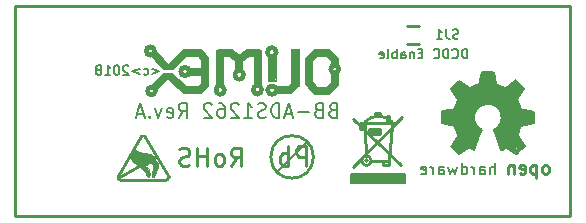
<source format=gbr>
G04 #@! TF.GenerationSoftware,KiCad,Pcbnew,(2017-11-22 revision 78366f8f0)-master*
G04 #@! TF.CreationDate,2018-01-05T15:25:17+02:00*
G04 #@! TF.ProjectId,BB-ADS1262-Rev.A,42422D414453313236322D5265762E41,rev?*
G04 #@! TF.SameCoordinates,Original*
G04 #@! TF.FileFunction,Legend,Bot*
G04 #@! TF.FilePolarity,Positive*
%FSLAX46Y46*%
G04 Gerber Fmt 4.6, Leading zero omitted, Abs format (unit mm)*
G04 Created by KiCad (PCBNEW (2017-11-22 revision 78366f8f0)-master) date Fri Jan  5 15:25:17 2018*
%MOMM*%
%LPD*%
G01*
G04 APERTURE LIST*
%ADD10C,0.250000*%
%ADD11C,0.150000*%
%ADD12C,0.200000*%
%ADD13C,0.254000*%
%ADD14C,0.420000*%
%ADD15C,0.370000*%
%ADD16C,0.400000*%
%ADD17C,0.380000*%
%ADD18C,1.000000*%
%ADD19C,0.700000*%
%ADD20C,0.500000*%
%ADD21C,0.100000*%
%ADD22C,0.127000*%
%ADD23C,0.050000*%
%ADD24C,0.180000*%
G04 APERTURE END LIST*
D10*
X72834285Y-60495571D02*
X73334285Y-59781285D01*
X73691428Y-60495571D02*
X73691428Y-58995571D01*
X73120000Y-58995571D01*
X72977142Y-59067000D01*
X72905714Y-59138428D01*
X72834285Y-59281285D01*
X72834285Y-59495571D01*
X72905714Y-59638428D01*
X72977142Y-59709857D01*
X73120000Y-59781285D01*
X73691428Y-59781285D01*
X71977142Y-60495571D02*
X72120000Y-60424142D01*
X72191428Y-60352714D01*
X72262857Y-60209857D01*
X72262857Y-59781285D01*
X72191428Y-59638428D01*
X72120000Y-59567000D01*
X71977142Y-59495571D01*
X71762857Y-59495571D01*
X71620000Y-59567000D01*
X71548571Y-59638428D01*
X71477142Y-59781285D01*
X71477142Y-60209857D01*
X71548571Y-60352714D01*
X71620000Y-60424142D01*
X71762857Y-60495571D01*
X71977142Y-60495571D01*
X70834285Y-60495571D02*
X70834285Y-58995571D01*
X70834285Y-59709857D02*
X69977142Y-59709857D01*
X69977142Y-60495571D02*
X69977142Y-58995571D01*
X69334285Y-60424142D02*
X69120000Y-60495571D01*
X68762857Y-60495571D01*
X68620000Y-60424142D01*
X68548571Y-60352714D01*
X68477142Y-60209857D01*
X68477142Y-60067000D01*
X68548571Y-59924142D01*
X68620000Y-59852714D01*
X68762857Y-59781285D01*
X69048571Y-59709857D01*
X69191428Y-59638428D01*
X69262857Y-59567000D01*
X69334285Y-59424142D01*
X69334285Y-59281285D01*
X69262857Y-59138428D01*
X69191428Y-59067000D01*
X69048571Y-58995571D01*
X68691428Y-58995571D01*
X68477142Y-59067000D01*
D11*
X66192142Y-52279571D02*
X66801666Y-52508142D01*
X66192142Y-52736714D01*
X65468333Y-52774809D02*
X65544523Y-52812904D01*
X65696904Y-52812904D01*
X65773095Y-52774809D01*
X65811190Y-52736714D01*
X65849285Y-52660523D01*
X65849285Y-52431952D01*
X65811190Y-52355761D01*
X65773095Y-52317666D01*
X65696904Y-52279571D01*
X65544523Y-52279571D01*
X65468333Y-52317666D01*
X65125476Y-52279571D02*
X64515952Y-52508142D01*
X65125476Y-52736714D01*
X64173095Y-52089095D02*
X64135000Y-52051000D01*
X64058809Y-52012904D01*
X63868333Y-52012904D01*
X63792142Y-52051000D01*
X63754047Y-52089095D01*
X63715952Y-52165285D01*
X63715952Y-52241476D01*
X63754047Y-52355761D01*
X64211190Y-52812904D01*
X63715952Y-52812904D01*
X63220714Y-52012904D02*
X63144523Y-52012904D01*
X63068333Y-52051000D01*
X63030238Y-52089095D01*
X62992142Y-52165285D01*
X62954047Y-52317666D01*
X62954047Y-52508142D01*
X62992142Y-52660523D01*
X63030238Y-52736714D01*
X63068333Y-52774809D01*
X63144523Y-52812904D01*
X63220714Y-52812904D01*
X63296904Y-52774809D01*
X63335000Y-52736714D01*
X63373095Y-52660523D01*
X63411190Y-52508142D01*
X63411190Y-52317666D01*
X63373095Y-52165285D01*
X63335000Y-52089095D01*
X63296904Y-52051000D01*
X63220714Y-52012904D01*
X62192142Y-52812904D02*
X62649285Y-52812904D01*
X62420714Y-52812904D02*
X62420714Y-52012904D01*
X62496904Y-52127190D01*
X62573095Y-52203380D01*
X62649285Y-52241476D01*
X61735000Y-52355761D02*
X61811190Y-52317666D01*
X61849285Y-52279571D01*
X61887380Y-52203380D01*
X61887380Y-52165285D01*
X61849285Y-52089095D01*
X61811190Y-52051000D01*
X61735000Y-52012904D01*
X61582619Y-52012904D01*
X61506428Y-52051000D01*
X61468333Y-52089095D01*
X61430238Y-52165285D01*
X61430238Y-52203380D01*
X61468333Y-52279571D01*
X61506428Y-52317666D01*
X61582619Y-52355761D01*
X61735000Y-52355761D01*
X61811190Y-52393857D01*
X61849285Y-52431952D01*
X61887380Y-52508142D01*
X61887380Y-52660523D01*
X61849285Y-52736714D01*
X61811190Y-52774809D01*
X61735000Y-52812904D01*
X61582619Y-52812904D01*
X61506428Y-52774809D01*
X61468333Y-52736714D01*
X61430238Y-52660523D01*
X61430238Y-52508142D01*
X61468333Y-52431952D01*
X61506428Y-52393857D01*
X61582619Y-52355761D01*
D12*
X81463142Y-55794285D02*
X81291714Y-55851428D01*
X81234571Y-55908571D01*
X81177428Y-56022857D01*
X81177428Y-56194285D01*
X81234571Y-56308571D01*
X81291714Y-56365714D01*
X81406000Y-56422857D01*
X81863142Y-56422857D01*
X81863142Y-55222857D01*
X81463142Y-55222857D01*
X81348857Y-55280000D01*
X81291714Y-55337142D01*
X81234571Y-55451428D01*
X81234571Y-55565714D01*
X81291714Y-55680000D01*
X81348857Y-55737142D01*
X81463142Y-55794285D01*
X81863142Y-55794285D01*
X80263142Y-55794285D02*
X80091714Y-55851428D01*
X80034571Y-55908571D01*
X79977428Y-56022857D01*
X79977428Y-56194285D01*
X80034571Y-56308571D01*
X80091714Y-56365714D01*
X80206000Y-56422857D01*
X80663142Y-56422857D01*
X80663142Y-55222857D01*
X80263142Y-55222857D01*
X80148857Y-55280000D01*
X80091714Y-55337142D01*
X80034571Y-55451428D01*
X80034571Y-55565714D01*
X80091714Y-55680000D01*
X80148857Y-55737142D01*
X80263142Y-55794285D01*
X80663142Y-55794285D01*
X79463142Y-55965714D02*
X78548857Y-55965714D01*
X78034571Y-56080000D02*
X77463142Y-56080000D01*
X78148857Y-56422857D02*
X77748857Y-55222857D01*
X77348857Y-56422857D01*
X76948857Y-56422857D02*
X76948857Y-55222857D01*
X76663142Y-55222857D01*
X76491714Y-55280000D01*
X76377428Y-55394285D01*
X76320285Y-55508571D01*
X76263142Y-55737142D01*
X76263142Y-55908571D01*
X76320285Y-56137142D01*
X76377428Y-56251428D01*
X76491714Y-56365714D01*
X76663142Y-56422857D01*
X76948857Y-56422857D01*
X75806000Y-56365714D02*
X75634571Y-56422857D01*
X75348857Y-56422857D01*
X75234571Y-56365714D01*
X75177428Y-56308571D01*
X75120285Y-56194285D01*
X75120285Y-56080000D01*
X75177428Y-55965714D01*
X75234571Y-55908571D01*
X75348857Y-55851428D01*
X75577428Y-55794285D01*
X75691714Y-55737142D01*
X75748857Y-55680000D01*
X75806000Y-55565714D01*
X75806000Y-55451428D01*
X75748857Y-55337142D01*
X75691714Y-55280000D01*
X75577428Y-55222857D01*
X75291714Y-55222857D01*
X75120285Y-55280000D01*
X73977428Y-56422857D02*
X74663142Y-56422857D01*
X74320285Y-56422857D02*
X74320285Y-55222857D01*
X74434571Y-55394285D01*
X74548857Y-55508571D01*
X74663142Y-55565714D01*
X73520285Y-55337142D02*
X73463142Y-55280000D01*
X73348857Y-55222857D01*
X73063142Y-55222857D01*
X72948857Y-55280000D01*
X72891714Y-55337142D01*
X72834571Y-55451428D01*
X72834571Y-55565714D01*
X72891714Y-55737142D01*
X73577428Y-56422857D01*
X72834571Y-56422857D01*
X71806000Y-55222857D02*
X72034571Y-55222857D01*
X72148857Y-55280000D01*
X72206000Y-55337142D01*
X72320285Y-55508571D01*
X72377428Y-55737142D01*
X72377428Y-56194285D01*
X72320285Y-56308571D01*
X72263142Y-56365714D01*
X72148857Y-56422857D01*
X71920285Y-56422857D01*
X71806000Y-56365714D01*
X71748857Y-56308571D01*
X71691714Y-56194285D01*
X71691714Y-55908571D01*
X71748857Y-55794285D01*
X71806000Y-55737142D01*
X71920285Y-55680000D01*
X72148857Y-55680000D01*
X72263142Y-55737142D01*
X72320285Y-55794285D01*
X72377428Y-55908571D01*
X71234571Y-55337142D02*
X71177428Y-55280000D01*
X71063142Y-55222857D01*
X70777428Y-55222857D01*
X70663142Y-55280000D01*
X70606000Y-55337142D01*
X70548857Y-55451428D01*
X70548857Y-55565714D01*
X70606000Y-55737142D01*
X71291714Y-56422857D01*
X70548857Y-56422857D01*
X68434571Y-56422857D02*
X68834571Y-55851428D01*
X69120285Y-56422857D02*
X69120285Y-55222857D01*
X68663142Y-55222857D01*
X68548857Y-55280000D01*
X68491714Y-55337142D01*
X68434571Y-55451428D01*
X68434571Y-55622857D01*
X68491714Y-55737142D01*
X68548857Y-55794285D01*
X68663142Y-55851428D01*
X69120285Y-55851428D01*
X67463142Y-56365714D02*
X67577428Y-56422857D01*
X67806000Y-56422857D01*
X67920285Y-56365714D01*
X67977428Y-56251428D01*
X67977428Y-55794285D01*
X67920285Y-55680000D01*
X67806000Y-55622857D01*
X67577428Y-55622857D01*
X67463142Y-55680000D01*
X67406000Y-55794285D01*
X67406000Y-55908571D01*
X67977428Y-56022857D01*
X67006000Y-55622857D02*
X66720285Y-56422857D01*
X66434571Y-55622857D01*
X65977428Y-56308571D02*
X65920285Y-56365714D01*
X65977428Y-56422857D01*
X66034571Y-56365714D01*
X65977428Y-56308571D01*
X65977428Y-56422857D01*
X65463142Y-56080000D02*
X64891714Y-56080000D01*
X65577428Y-56422857D02*
X65177428Y-55222857D01*
X64777428Y-56422857D01*
D11*
X92868285Y-51415904D02*
X92868285Y-50615904D01*
X92677809Y-50615904D01*
X92563523Y-50654000D01*
X92487333Y-50730190D01*
X92449238Y-50806380D01*
X92411142Y-50958761D01*
X92411142Y-51073047D01*
X92449238Y-51225428D01*
X92487333Y-51301619D01*
X92563523Y-51377809D01*
X92677809Y-51415904D01*
X92868285Y-51415904D01*
X91611142Y-51339714D02*
X91649238Y-51377809D01*
X91763523Y-51415904D01*
X91839714Y-51415904D01*
X91954000Y-51377809D01*
X92030190Y-51301619D01*
X92068285Y-51225428D01*
X92106380Y-51073047D01*
X92106380Y-50958761D01*
X92068285Y-50806380D01*
X92030190Y-50730190D01*
X91954000Y-50654000D01*
X91839714Y-50615904D01*
X91763523Y-50615904D01*
X91649238Y-50654000D01*
X91611142Y-50692095D01*
X91268285Y-51415904D02*
X91268285Y-50615904D01*
X91077809Y-50615904D01*
X90963523Y-50654000D01*
X90887333Y-50730190D01*
X90849238Y-50806380D01*
X90811142Y-50958761D01*
X90811142Y-51073047D01*
X90849238Y-51225428D01*
X90887333Y-51301619D01*
X90963523Y-51377809D01*
X91077809Y-51415904D01*
X91268285Y-51415904D01*
X90011142Y-51339714D02*
X90049238Y-51377809D01*
X90163523Y-51415904D01*
X90239714Y-51415904D01*
X90354000Y-51377809D01*
X90430190Y-51301619D01*
X90468285Y-51225428D01*
X90506380Y-51073047D01*
X90506380Y-50958761D01*
X90468285Y-50806380D01*
X90430190Y-50730190D01*
X90354000Y-50654000D01*
X90239714Y-50615904D01*
X90163523Y-50615904D01*
X90049238Y-50654000D01*
X90011142Y-50692095D01*
X89058761Y-50996857D02*
X88792095Y-50996857D01*
X88677809Y-51415904D02*
X89058761Y-51415904D01*
X89058761Y-50615904D01*
X88677809Y-50615904D01*
X88334952Y-50882571D02*
X88334952Y-51415904D01*
X88334952Y-50958761D02*
X88296857Y-50920666D01*
X88220666Y-50882571D01*
X88106380Y-50882571D01*
X88030190Y-50920666D01*
X87992095Y-50996857D01*
X87992095Y-51415904D01*
X87268285Y-51415904D02*
X87268285Y-50996857D01*
X87306380Y-50920666D01*
X87382571Y-50882571D01*
X87534952Y-50882571D01*
X87611142Y-50920666D01*
X87268285Y-51377809D02*
X87344476Y-51415904D01*
X87534952Y-51415904D01*
X87611142Y-51377809D01*
X87649238Y-51301619D01*
X87649238Y-51225428D01*
X87611142Y-51149238D01*
X87534952Y-51111142D01*
X87344476Y-51111142D01*
X87268285Y-51073047D01*
X86887333Y-51415904D02*
X86887333Y-50615904D01*
X86887333Y-50920666D02*
X86811142Y-50882571D01*
X86658761Y-50882571D01*
X86582571Y-50920666D01*
X86544476Y-50958761D01*
X86506380Y-51034952D01*
X86506380Y-51263523D01*
X86544476Y-51339714D01*
X86582571Y-51377809D01*
X86658761Y-51415904D01*
X86811142Y-51415904D01*
X86887333Y-51377809D01*
X86049238Y-51415904D02*
X86125428Y-51377809D01*
X86163523Y-51301619D01*
X86163523Y-50615904D01*
X85439714Y-51377809D02*
X85515904Y-51415904D01*
X85668285Y-51415904D01*
X85744476Y-51377809D01*
X85782571Y-51301619D01*
X85782571Y-50996857D01*
X85744476Y-50920666D01*
X85668285Y-50882571D01*
X85515904Y-50882571D01*
X85439714Y-50920666D01*
X85401619Y-50996857D01*
X85401619Y-51073047D01*
X85782571Y-51149238D01*
D13*
X54610000Y-64770000D02*
X54610000Y-46990000D01*
X101600000Y-64770000D02*
X54610000Y-64770000D01*
X101600000Y-46990000D02*
X101600000Y-64770000D01*
X54610000Y-46990000D02*
X101600000Y-46990000D01*
D14*
X95841820Y-58976260D02*
X95290640Y-57553860D01*
D15*
X96187260Y-58790840D02*
X95869760Y-58996580D01*
D16*
X96977200Y-59339480D02*
X96197420Y-58808620D01*
D17*
X97553780Y-58801000D02*
X96989900Y-59339480D01*
D15*
X97538540Y-58801000D02*
X97005140Y-57967880D01*
X97363280Y-57040780D02*
X97005140Y-57924700D01*
X98341180Y-56799480D02*
X97391220Y-57017920D01*
D17*
X98331020Y-56022240D02*
X98336100Y-56809640D01*
D15*
X98343720Y-56009540D02*
X97325180Y-55829200D01*
X97294700Y-55793640D02*
X96946720Y-54927500D01*
X97523300Y-54025800D02*
X96967040Y-54876700D01*
D17*
X97533460Y-54002940D02*
X97033080Y-53469540D01*
D15*
X96984820Y-53444140D02*
X96156780Y-54096920D01*
X96095820Y-54086760D02*
X95250000Y-53680360D01*
X94990920Y-52646580D02*
X95196660Y-53660040D01*
X94998540Y-52633880D02*
X94213680Y-52633880D01*
X94231460Y-52654200D02*
X94018100Y-53672740D01*
X94018100Y-53672740D02*
X93116400Y-54122320D01*
X93103700Y-54117240D02*
X92199460Y-53482800D01*
X92199460Y-53484780D02*
X91645740Y-54030880D01*
X91645740Y-54033420D02*
X92262960Y-54823360D01*
X92262960Y-54823360D02*
X91922600Y-55760620D01*
X91922600Y-55760620D02*
X90840560Y-55989220D01*
X90840560Y-55989220D02*
X90840560Y-56824880D01*
X90840560Y-56824880D02*
X91854020Y-56995060D01*
X91854020Y-56995060D02*
X92260420Y-57906920D01*
X92209620Y-59354720D02*
X93045280Y-58788300D01*
X93045280Y-58788300D02*
X93383100Y-58973720D01*
X93383100Y-58973720D02*
X93957140Y-57533540D01*
X93946980Y-57531000D02*
G75*
G02X93576140Y-55666640I746760J1117600D01*
G01*
X93565980Y-55681880D02*
G75*
G02X95491300Y-55483760I1061720J-863600D01*
G01*
X95516700Y-55509160D02*
G75*
G02X95440500Y-57363360I-965200J-889000D01*
G01*
X92260420Y-57906920D02*
X91640660Y-58793380D01*
X92194380Y-59347100D02*
X91640660Y-58801000D01*
D11*
X95760540Y-59156600D02*
X95110300Y-57487820D01*
X96144080Y-58953400D02*
X95798640Y-59174380D01*
X96156780Y-58943240D02*
X96982280Y-59507120D01*
X96989900Y-59514740D02*
X97711260Y-58821320D01*
X97718880Y-58818780D02*
X97121980Y-57955180D01*
X98480880Y-56911240D02*
X97409000Y-57106820D01*
X98480880Y-55918100D02*
X98480880Y-56903620D01*
X98483420Y-55915560D02*
X97312480Y-55712360D01*
X97414080Y-55717440D02*
X97078800Y-54884320D01*
X97675700Y-54033420D02*
X97081340Y-54886860D01*
X97696020Y-53997860D02*
X97022920Y-53284120D01*
X97010220Y-53281580D02*
X96039940Y-53997860D01*
X96075500Y-53929280D02*
X95171260Y-53550820D01*
X95087440Y-52534820D02*
X95288100Y-53560980D01*
X95077280Y-52527200D02*
X94112080Y-52527200D01*
X94112080Y-52527200D02*
X93886020Y-53698140D01*
X93896180Y-53616860D02*
X93091000Y-53954680D01*
X93210380Y-54002940D02*
X92199460Y-53329840D01*
X92194380Y-53327300D02*
X91500960Y-54018180D01*
X91495880Y-54025800D02*
X92199460Y-55016400D01*
X92110560Y-54907180D02*
X91744800Y-55775860D01*
X90807540Y-56677560D02*
X91914980Y-56901080D01*
X90723720Y-55935880D02*
X90726260Y-56893460D01*
X91861640Y-57124600D02*
X90738960Y-56913780D01*
X91757500Y-57091580D02*
X92138500Y-58072020D01*
X91790520Y-58727340D02*
X92275660Y-59258200D01*
X92186760Y-59502040D02*
X91503500Y-58811160D01*
X93073220Y-58887360D02*
X92196920Y-59507120D01*
X92209620Y-59192160D02*
X93030040Y-58663840D01*
X92892880Y-58859420D02*
X93421200Y-59187080D01*
X93421200Y-59187080D02*
X93807280Y-58206640D01*
X93812360Y-57508140D02*
X93284040Y-58889900D01*
X98188780Y-56106060D02*
X98188780Y-56756300D01*
X98331020Y-56161940D02*
X97215960Y-55915560D01*
X96801940Y-54894480D02*
X97188020Y-55892700D01*
X96796860Y-54899560D02*
X97398840Y-53990240D01*
X97040700Y-53545740D02*
X96156780Y-54267100D01*
X93769180Y-57566560D02*
X93591380Y-57444640D01*
X93591380Y-57444640D02*
X93215460Y-56733440D01*
X93215460Y-56733440D02*
X93215460Y-56215280D01*
X93210380Y-56227980D02*
X93444060Y-55554880D01*
X93444060Y-55554880D02*
X93954600Y-55125620D01*
X93954600Y-55125620D02*
X94769940Y-54965600D01*
X94769940Y-54957980D02*
X95641160Y-55387240D01*
X95641160Y-55387240D02*
X96060260Y-56118760D01*
X96065340Y-56123840D02*
X95933260Y-56946800D01*
X95928180Y-56977280D02*
X95834200Y-57147460D01*
X95928180Y-56977280D02*
X95834200Y-57147460D01*
X95704660Y-57198260D02*
X95445580Y-57536080D01*
X95336360Y-57312560D02*
X95110300Y-57487820D01*
X93835220Y-57315100D02*
X94089220Y-57480200D01*
X93972380Y-57769760D02*
X94094300Y-57485280D01*
X96151700Y-54264560D02*
X95168720Y-53771800D01*
X95821500Y-57177940D02*
X95514160Y-57444640D01*
D18*
X96837500Y-58607960D02*
X95984060Y-57586880D01*
X97873820Y-56403240D02*
X96456500Y-56342280D01*
X96888300Y-54117240D02*
X95826580Y-55224680D01*
X94627700Y-53141880D02*
X94622620Y-54655720D01*
X92362020Y-54198520D02*
X93474540Y-55265320D01*
X91371420Y-56382920D02*
X92839540Y-56469280D01*
X96161860Y-58435240D02*
X95796100Y-57673240D01*
X96827340Y-57536080D02*
X96263460Y-57056020D01*
X97076260Y-56890920D02*
X96370140Y-56763920D01*
X96751140Y-55646320D02*
X96309180Y-55806340D01*
X96575880Y-55166260D02*
X96118680Y-55455820D01*
X95577660Y-54389020D02*
X95402400Y-54747160D01*
X95143320Y-54129940D02*
X94975680Y-54739540D01*
X93878400Y-54145180D02*
X94099380Y-54830980D01*
X93291660Y-54396640D02*
X93710760Y-54983380D01*
X92422980Y-55265320D02*
X93078300Y-55631080D01*
X92181680Y-55958740D02*
X92903040Y-56106060D01*
X93017340Y-57116980D02*
X92407740Y-57223660D01*
X93337380Y-57536080D02*
X92720160Y-57863740D01*
X93451680Y-57673240D02*
X92270580Y-58686700D01*
X93451680Y-57581800D02*
X93118940Y-58313320D01*
D16*
X81985747Y-52324000D02*
G75*
G03X81985747Y-52324000I-337447J0D01*
G01*
D19*
X81661000Y-51549300D02*
X81153000Y-51041300D01*
X80060800Y-50965100D02*
X79425800Y-51574700D01*
X79451200Y-53530500D02*
X80010000Y-54114700D01*
X77825600Y-54127400D02*
X78282800Y-53670200D01*
X76839800Y-54127400D02*
X77825600Y-54127400D01*
D16*
X76693324Y-54102000D02*
G75*
G03X76693324Y-54102000I-366324J0D01*
G01*
D19*
X76327000Y-51409600D02*
X76327000Y-53009800D01*
D16*
X76687818Y-50876200D02*
G75*
G03X76687818Y-50876200I-373518J0D01*
G01*
X75454759Y-54076600D02*
G75*
G03X75454759Y-54076600I-359659J0D01*
G01*
D19*
X75107800Y-53568600D02*
X75107800Y-50977800D01*
X75107800Y-50977800D02*
X74269600Y-50977800D01*
X74269600Y-50977800D02*
X73660000Y-51485800D01*
X73558400Y-52273200D02*
X73558400Y-51562000D01*
X73482200Y-51485800D02*
X72847200Y-50977800D01*
D16*
X73929318Y-52806600D02*
G75*
G03X73929318Y-52806600I-370918J0D01*
G01*
D19*
X72847200Y-50977800D02*
X71958200Y-50977800D01*
D16*
X72308729Y-54089300D02*
G75*
G03X72308729Y-54089300I-363229J0D01*
G01*
X66445666Y-54178200D02*
G75*
G03X66445666Y-54178200I-329466J0D01*
G01*
D19*
X66446400Y-53822600D02*
X67284600Y-53009800D01*
D20*
X67792600Y-52908200D02*
X67259200Y-52908200D01*
D19*
X68935600Y-54127400D02*
X67792600Y-53009800D01*
X70256400Y-54127400D02*
X68935600Y-54127400D01*
X70688200Y-53695600D02*
X70256400Y-54127400D01*
X70688200Y-51460400D02*
X70688200Y-53695600D01*
X70688200Y-51435000D02*
X70205600Y-50927000D01*
X70157500Y-50952400D02*
X68935600Y-50952400D01*
X68935600Y-50952400D02*
X67843400Y-52019200D01*
D20*
X67818000Y-52133500D02*
X67259200Y-52133500D01*
D19*
X66395600Y-51142900D02*
X67259200Y-52036600D01*
D16*
X66386735Y-50787300D02*
G75*
G03X66386735Y-50787300I-359435J0D01*
G01*
D19*
X69469000Y-52527200D02*
X70688200Y-52527200D01*
D16*
X69320659Y-52527200D02*
G75*
G03X69320659Y-52527200I-359659J0D01*
G01*
D19*
X81089500Y-54140100D02*
X80048100Y-54140100D01*
X81648300Y-53581300D02*
X81648300Y-52819300D01*
X81661000Y-53568600D02*
X81076800Y-54140100D01*
X81661000Y-51600100D02*
X81661000Y-51841400D01*
X79438500Y-51562000D02*
X79438500Y-53492400D01*
X80060800Y-50952400D02*
X81064100Y-50952400D01*
X71945500Y-50965100D02*
X71945500Y-53568600D01*
X78282800Y-53682900D02*
X78282800Y-50952400D01*
D21*
X78282800Y-50609500D02*
X78562200Y-50609500D01*
X78587600Y-50609500D02*
X78587600Y-53759100D01*
X78574900Y-50609500D02*
X78587600Y-50609500D01*
X78562200Y-50609500D02*
X78574900Y-50609500D01*
X78447900Y-50698400D02*
X78511400Y-50685700D01*
X77965300Y-50609500D02*
X77965300Y-53644800D01*
X78270100Y-50609500D02*
X77965300Y-50609500D01*
X78143100Y-50685700D02*
X78028800Y-50685700D01*
X76644500Y-51295300D02*
X76644500Y-53314600D01*
X76009500Y-53314600D02*
X76009500Y-51295300D01*
X76034900Y-53314600D02*
X76009500Y-53314600D01*
X76644500Y-53314600D02*
X76034900Y-53314600D01*
X76504800Y-53251100D02*
X76568300Y-53251100D01*
X76161900Y-53251100D02*
X76073000Y-53251100D01*
X75425300Y-53657500D02*
X75425300Y-50673000D01*
X74180700Y-50660300D02*
X73596500Y-51142900D01*
X75425300Y-50660300D02*
X74180700Y-50660300D01*
X75272900Y-50723800D02*
X75349100Y-50723800D01*
X71615300Y-53682900D02*
X71615300Y-50673000D01*
X72936100Y-50660300D02*
X73558400Y-51155600D01*
X72910700Y-50660300D02*
X72936100Y-50660300D01*
X71615300Y-50660300D02*
X72910700Y-50660300D01*
X71615300Y-50673000D02*
X71615300Y-50660300D01*
X71767700Y-50736500D02*
X71666100Y-50736500D01*
X68821300Y-50622200D02*
X67564000Y-51866800D01*
X68872100Y-50622200D02*
X68821300Y-50622200D01*
X70243700Y-50622200D02*
X68872100Y-50622200D01*
D11*
X83010000Y-61164000D02*
X83010000Y-61926000D01*
X87582000Y-61164000D02*
X83010000Y-61164000D01*
X87582000Y-61926000D02*
X87582000Y-61164000D01*
X83010000Y-61926000D02*
X87582000Y-61926000D01*
X83060800Y-61214800D02*
X87480400Y-61214800D01*
X87531200Y-61316400D02*
X83060800Y-61316400D01*
X83060800Y-61468800D02*
X87480400Y-61468800D01*
X83060800Y-61621200D02*
X87480400Y-61621200D01*
X87531200Y-61367200D02*
X83111600Y-61367200D01*
X87531200Y-61519600D02*
X83060800Y-61519600D01*
X83111600Y-61722800D02*
X87480400Y-61722800D01*
X87531200Y-61824400D02*
X83111600Y-61824400D01*
D13*
X87376000Y-56388000D02*
X83185000Y-60579000D01*
X87249000Y-60452000D02*
X83185000Y-56515000D01*
X86233000Y-60071000D02*
X84836000Y-60071000D01*
X86233000Y-60071000D02*
X86487000Y-57023000D01*
X86741000Y-56896000D02*
X83820000Y-56896000D01*
X85725000Y-60452000D02*
X85725000Y-60198000D01*
X86233000Y-60452000D02*
X85725000Y-60452000D01*
X86233000Y-60071000D02*
X86233000Y-60452000D01*
X84328000Y-59563000D02*
X84201000Y-57531000D01*
X84729609Y-60071000D02*
G75*
G03X84729609Y-60071000I-401609J0D01*
G01*
X86106000Y-56261000D02*
X86106000Y-56769000D01*
X86233000Y-56261000D02*
X86106000Y-56261000D01*
X86233000Y-56769000D02*
X86233000Y-56261000D01*
X83820000Y-57404000D02*
X83820000Y-56896000D01*
X84201000Y-57404000D02*
X83820000Y-57404000D01*
X84201000Y-56896000D02*
X84201000Y-57404000D01*
X84074000Y-57023000D02*
X84074000Y-57150000D01*
X84074000Y-56896000D02*
X83947000Y-57277000D01*
X84074000Y-57023000D02*
X84074000Y-57150000D01*
X83947000Y-57023000D02*
X83947000Y-57404000D01*
X84074000Y-57023000D02*
X83947000Y-57023000D01*
X84074000Y-57404000D02*
X84074000Y-57023000D01*
X85471000Y-57785000D02*
X85471000Y-57404000D01*
X84582000Y-57785000D02*
X85471000Y-57785000D01*
X84582000Y-57404000D02*
X84582000Y-57785000D01*
X85471000Y-57404000D02*
X84582000Y-57404000D01*
X85344000Y-57531000D02*
X84709000Y-57531000D01*
X85090000Y-56007000D02*
X85471000Y-56007000D01*
X85090000Y-56134000D02*
X85090000Y-56007000D01*
X85471000Y-56134000D02*
X85090000Y-56134000D01*
X85471000Y-56007000D02*
X85471000Y-56134000D01*
X84201000Y-56769000D02*
G75*
G02X86487000Y-56769000I1143000J-1143000D01*
G01*
D22*
X84455000Y-60071000D02*
G75*
G03X84455000Y-60071000I-127000J0D01*
G01*
D13*
X79831037Y-59750960D02*
G75*
G03X79831037Y-59750960I-1802237J0D01*
G01*
D12*
X76868020Y-60914280D02*
X79301340Y-58493660D01*
D13*
X65219580Y-58023760D02*
X63291720Y-61368940D01*
X67276980Y-61734700D02*
X63512700Y-61732160D01*
X67574160Y-61452760D02*
X65595500Y-58028840D01*
X65260220Y-57972960D02*
G75*
G02X65549780Y-57972960I144780J-144780D01*
G01*
X67576700Y-61488320D02*
G75*
G02X67355720Y-61729620I-231140J-10160D01*
G01*
X63505080Y-61732160D02*
G75*
G02X63281560Y-61437520I35560J259080D01*
G01*
D23*
X65219580Y-60700920D02*
X65341500Y-60789820D01*
X65341500Y-60789820D02*
X65397380Y-60838080D01*
X65397380Y-60838080D02*
X65481200Y-60932060D01*
X65557400Y-61048900D02*
X65803780Y-61465460D01*
X65481200Y-60932060D02*
X65557400Y-61048900D01*
X65803780Y-61465460D02*
X65882520Y-61452760D01*
X65885060Y-61452760D02*
X65918080Y-61432440D01*
X65923160Y-61427360D02*
X65940940Y-61405750D01*
X65940940Y-61404500D02*
X65958720Y-61356240D01*
X65958720Y-61356240D02*
X65968980Y-61282580D01*
X65968880Y-61282580D02*
X65971420Y-61155580D01*
X65971420Y-61155580D02*
X65956180Y-61020960D01*
X65956180Y-61020960D02*
X65923160Y-60899040D01*
X65923160Y-60893960D02*
X65879980Y-60805060D01*
X65879980Y-60805060D02*
X65826640Y-60726320D01*
X65826640Y-60726320D02*
X65580260Y-60502800D01*
X65582800Y-60505340D02*
X66078100Y-60200540D01*
X66078100Y-60200540D02*
X66156840Y-60340240D01*
X66156840Y-60340240D02*
X66240660Y-60464700D01*
X66240660Y-60464700D02*
X66243200Y-60523120D01*
X66245740Y-60523120D02*
X66230500Y-60591700D01*
X66230500Y-60591700D02*
X66243200Y-60878720D01*
X66243200Y-60878720D02*
X66212720Y-60937140D01*
X66212720Y-60937140D02*
X66182240Y-61020960D01*
X66182240Y-61020960D02*
X66159380Y-61145420D01*
X66159380Y-61145420D02*
X66151760Y-61257180D01*
X66151760Y-61257180D02*
X66167000Y-61371480D01*
X66167000Y-61371480D02*
X66197480Y-61440060D01*
X66197480Y-61440060D02*
X66238120Y-61473080D01*
X66238120Y-61473080D02*
X66278760Y-61483240D01*
X66278760Y-61483240D02*
X66319400Y-61468000D01*
X66324480Y-61465460D02*
X66352420Y-61434980D01*
X66352420Y-61434980D02*
X66639440Y-60619640D01*
X66641980Y-60622180D02*
X66654680Y-60561220D01*
X66654680Y-60558680D02*
X66654680Y-60444380D01*
X66654680Y-60441840D02*
X66639440Y-60350400D01*
X66639440Y-60347000D02*
X66570860Y-60207000D01*
X66570860Y-60210700D02*
X66438780Y-60007500D01*
X66240660Y-59687460D02*
X66146680Y-59568080D01*
X66146680Y-59568080D02*
X66103500Y-59522360D01*
X66100960Y-59519820D02*
X66067940Y-59496960D01*
X66067940Y-59496960D02*
X65996820Y-59476640D01*
X65996820Y-59476640D02*
X65333880Y-59387740D01*
X65333880Y-59387740D02*
X65062100Y-59339480D01*
X65059560Y-59342020D02*
X64945260Y-59293760D01*
X64945260Y-59293760D02*
X64772540Y-59184540D01*
X64767460Y-59184540D02*
X64363600Y-59883040D01*
X64363600Y-59883040D02*
X64495680Y-60004960D01*
X64498220Y-60007500D02*
X64597280Y-60149740D01*
X64703960Y-60258960D02*
X64914780Y-60457080D01*
X64592200Y-60147200D02*
X64706500Y-60261500D01*
D13*
X66090800Y-59664600D02*
X64947800Y-60330080D01*
X65885060Y-59598560D02*
X64861440Y-60236100D01*
X65613280Y-59529980D02*
X64724280Y-60104020D01*
X65311020Y-59494420D02*
X64612520Y-59954160D01*
X65046860Y-59451240D02*
X64510920Y-59837320D01*
X64891920Y-59385200D02*
X64665860Y-59575700D01*
X65994280Y-59596020D02*
X65016380Y-59451240D01*
X64808100Y-59334400D02*
X64627760Y-59631580D01*
X64632840Y-59956700D02*
X64810640Y-60177680D01*
X66324480Y-60040520D02*
X66525140Y-60416440D01*
X66169540Y-60091320D02*
X66456560Y-60530740D01*
X66553080Y-60495180D02*
X66281300Y-61328300D01*
X66357500Y-60452000D02*
X66375280Y-60853320D01*
X66375280Y-60860940D02*
X66283840Y-61186060D01*
X65829180Y-61089540D02*
X65849500Y-61338460D01*
X65755520Y-60845700D02*
X65829180Y-61089540D01*
X65399920Y-60520580D02*
X65755520Y-60845700D01*
X65651380Y-60947300D02*
X65344040Y-60622180D01*
X65849500Y-61338460D02*
X65651380Y-60947300D01*
X66525140Y-59639200D02*
X63312040Y-61579760D01*
X66311780Y-59921140D02*
X65206880Y-60586620D01*
X87782400Y-50165000D02*
X88798400Y-50165000D01*
X87782400Y-48641000D02*
X88798400Y-48641000D01*
X99561298Y-61188379D02*
X99666060Y-61135998D01*
X99718440Y-61083617D01*
X99770821Y-60978855D01*
X99770821Y-60664569D01*
X99718440Y-60559807D01*
X99666060Y-60507426D01*
X99561298Y-60455045D01*
X99404155Y-60455045D01*
X99299393Y-60507426D01*
X99247012Y-60559807D01*
X99194631Y-60664569D01*
X99194631Y-60978855D01*
X99247012Y-61083617D01*
X99299393Y-61135998D01*
X99404155Y-61188379D01*
X99561298Y-61188379D01*
X98723202Y-60455045D02*
X98723202Y-61555045D01*
X98723202Y-60507426D02*
X98618440Y-60455045D01*
X98408917Y-60455045D01*
X98304155Y-60507426D01*
X98251774Y-60559807D01*
X98199393Y-60664569D01*
X98199393Y-60978855D01*
X98251774Y-61083617D01*
X98304155Y-61135998D01*
X98408917Y-61188379D01*
X98618440Y-61188379D01*
X98723202Y-61135998D01*
X97308917Y-61135998D02*
X97413679Y-61188379D01*
X97623202Y-61188379D01*
X97727964Y-61135998D01*
X97780345Y-61031236D01*
X97780345Y-60612188D01*
X97727964Y-60507426D01*
X97623202Y-60455045D01*
X97413679Y-60455045D01*
X97308917Y-60507426D01*
X97256536Y-60612188D01*
X97256536Y-60716950D01*
X97780345Y-60821712D01*
X96785107Y-60455045D02*
X96785107Y-61188379D01*
X96785107Y-60559807D02*
X96732726Y-60507426D01*
X96627964Y-60455045D01*
X96470821Y-60455045D01*
X96366060Y-60507426D01*
X96313679Y-60612188D01*
X96313679Y-61188379D01*
D24*
X95245797Y-61234580D02*
X95245797Y-60234580D01*
X94817225Y-61234580D02*
X94817225Y-60710771D01*
X94864844Y-60615533D01*
X94960082Y-60567914D01*
X95102940Y-60567914D01*
X95198178Y-60615533D01*
X95245797Y-60663152D01*
X93912463Y-61234580D02*
X93912463Y-60710771D01*
X93960082Y-60615533D01*
X94055320Y-60567914D01*
X94245797Y-60567914D01*
X94341035Y-60615533D01*
X93912463Y-61186961D02*
X94007701Y-61234580D01*
X94245797Y-61234580D01*
X94341035Y-61186961D01*
X94388654Y-61091723D01*
X94388654Y-60996485D01*
X94341035Y-60901247D01*
X94245797Y-60853628D01*
X94007701Y-60853628D01*
X93912463Y-60806009D01*
X93436273Y-61234580D02*
X93436273Y-60567914D01*
X93436273Y-60758390D02*
X93388654Y-60663152D01*
X93341035Y-60615533D01*
X93245797Y-60567914D01*
X93150559Y-60567914D01*
X92388654Y-61234580D02*
X92388654Y-60234580D01*
X92388654Y-61186961D02*
X92483892Y-61234580D01*
X92674368Y-61234580D01*
X92769606Y-61186961D01*
X92817225Y-61139342D01*
X92864844Y-61044104D01*
X92864844Y-60758390D01*
X92817225Y-60663152D01*
X92769606Y-60615533D01*
X92674368Y-60567914D01*
X92483892Y-60567914D01*
X92388654Y-60615533D01*
X92007701Y-60567914D02*
X91817225Y-61234580D01*
X91626749Y-60758390D01*
X91436273Y-61234580D01*
X91245797Y-60567914D01*
X90436273Y-61234580D02*
X90436273Y-60710771D01*
X90483892Y-60615533D01*
X90579130Y-60567914D01*
X90769606Y-60567914D01*
X90864844Y-60615533D01*
X90436273Y-61186961D02*
X90531511Y-61234580D01*
X90769606Y-61234580D01*
X90864844Y-61186961D01*
X90912463Y-61091723D01*
X90912463Y-60996485D01*
X90864844Y-60901247D01*
X90769606Y-60853628D01*
X90531511Y-60853628D01*
X90436273Y-60806009D01*
X89960082Y-61234580D02*
X89960082Y-60567914D01*
X89960082Y-60758390D02*
X89912463Y-60663152D01*
X89864844Y-60615533D01*
X89769606Y-60567914D01*
X89674368Y-60567914D01*
X88960082Y-61186961D02*
X89055320Y-61234580D01*
X89245797Y-61234580D01*
X89341035Y-61186961D01*
X89388654Y-61091723D01*
X89388654Y-60710771D01*
X89341035Y-60615533D01*
X89245797Y-60567914D01*
X89055320Y-60567914D01*
X88960082Y-60615533D01*
X88912463Y-60710771D01*
X88912463Y-60806009D01*
X89388654Y-60901247D01*
D13*
X79217068Y-60540327D02*
X79217068Y-58840327D01*
X78645640Y-58840327D01*
X78502782Y-58921280D01*
X78431354Y-59002232D01*
X78359925Y-59164137D01*
X78359925Y-59406994D01*
X78431354Y-59568899D01*
X78502782Y-59649851D01*
X78645640Y-59730803D01*
X79217068Y-59730803D01*
X77717068Y-60540327D02*
X77717068Y-58840327D01*
X77717068Y-59487946D02*
X77574211Y-59406994D01*
X77288497Y-59406994D01*
X77145640Y-59487946D01*
X77074211Y-59568899D01*
X77002782Y-59730803D01*
X77002782Y-60216518D01*
X77074211Y-60378422D01*
X77145640Y-60459375D01*
X77288497Y-60540327D01*
X77574211Y-60540327D01*
X77717068Y-60459375D01*
D11*
X92100285Y-49726809D02*
X91986000Y-49764904D01*
X91795523Y-49764904D01*
X91719333Y-49726809D01*
X91681238Y-49688714D01*
X91643142Y-49612523D01*
X91643142Y-49536333D01*
X91681238Y-49460142D01*
X91719333Y-49422047D01*
X91795523Y-49383952D01*
X91947904Y-49345857D01*
X92024095Y-49307761D01*
X92062190Y-49269666D01*
X92100285Y-49193476D01*
X92100285Y-49117285D01*
X92062190Y-49041095D01*
X92024095Y-49003000D01*
X91947904Y-48964904D01*
X91757428Y-48964904D01*
X91643142Y-49003000D01*
X91071714Y-48964904D02*
X91071714Y-49536333D01*
X91109809Y-49650619D01*
X91186000Y-49726809D01*
X91300285Y-49764904D01*
X91376476Y-49764904D01*
X90271714Y-49764904D02*
X90728857Y-49764904D01*
X90500285Y-49764904D02*
X90500285Y-48964904D01*
X90576476Y-49079190D01*
X90652666Y-49155380D01*
X90728857Y-49193476D01*
M02*

</source>
